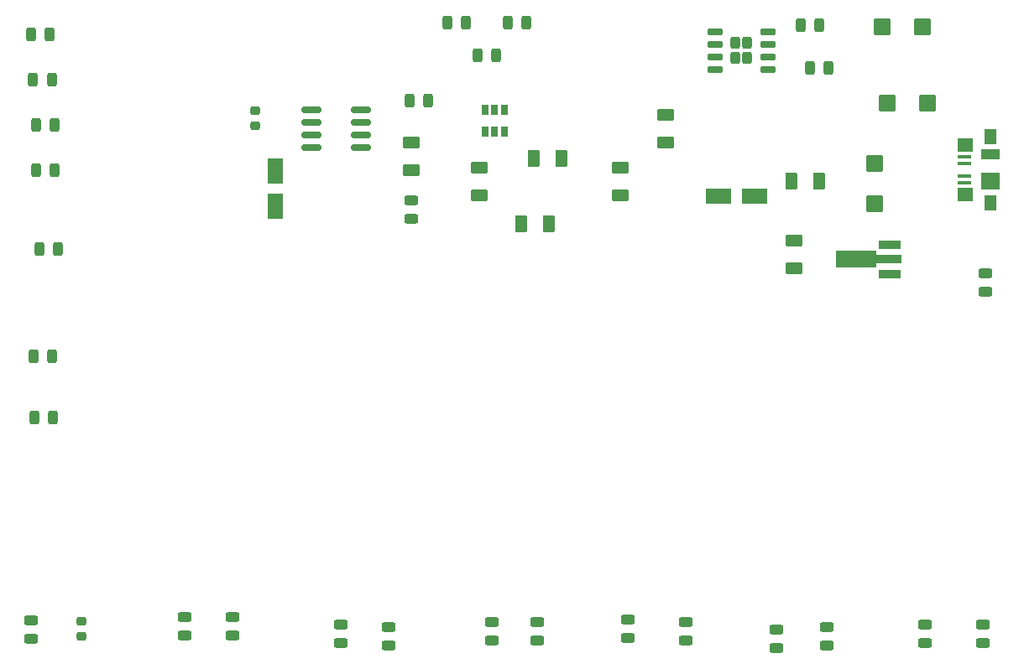
<source format=gbr>
%TF.GenerationSoftware,KiCad,Pcbnew,(5.99.0-11498-g1a301d8eea)*%
%TF.CreationDate,2021-09-07T22:17:03+03:00*%
%TF.ProjectId,f,662e6b69-6361-4645-9f70-636258585858,rev?*%
%TF.SameCoordinates,Original*%
%TF.FileFunction,Paste,Top*%
%TF.FilePolarity,Positive*%
%FSLAX46Y46*%
G04 Gerber Fmt 4.6, Leading zero omitted, Abs format (unit mm)*
G04 Created by KiCad (PCBNEW (5.99.0-11498-g1a301d8eea)) date 2021-09-07 22:17:03*
%MOMM*%
%LPD*%
G01*
G04 APERTURE LIST*
G04 Aperture macros list*
%AMRoundRect*
0 Rectangle with rounded corners*
0 $1 Rounding radius*
0 $2 $3 $4 $5 $6 $7 $8 $9 X,Y pos of 4 corners*
0 Add a 4 corners polygon primitive as box body*
4,1,4,$2,$3,$4,$5,$6,$7,$8,$9,$2,$3,0*
0 Add four circle primitives for the rounded corners*
1,1,$1+$1,$2,$3*
1,1,$1+$1,$4,$5*
1,1,$1+$1,$6,$7*
1,1,$1+$1,$8,$9*
0 Add four rect primitives between the rounded corners*
20,1,$1+$1,$2,$3,$4,$5,0*
20,1,$1+$1,$4,$5,$6,$7,0*
20,1,$1+$1,$6,$7,$8,$9,0*
20,1,$1+$1,$8,$9,$2,$3,0*%
%AMFreePoly0*
4,1,9,5.362500,-0.866500,1.237500,-0.866500,1.237500,-0.450000,-1.237500,-0.450000,-1.237500,0.450000,1.237500,0.450000,1.237500,0.866500,5.362500,0.866500,5.362500,-0.866500,5.362500,-0.866500,$1*%
G04 Aperture macros list end*
%ADD10RoundRect,0.243750X-0.243750X-0.456250X0.243750X-0.456250X0.243750X0.456250X-0.243750X0.456250X0*%
%ADD11RoundRect,0.250000X-0.550000X1.050000X-0.550000X-1.050000X0.550000X-1.050000X0.550000X1.050000X0*%
%ADD12RoundRect,0.243750X-0.456250X0.243750X-0.456250X-0.243750X0.456250X-0.243750X0.456250X0.243750X0*%
%ADD13RoundRect,0.250000X-0.600000X0.625000X-0.600000X-0.625000X0.600000X-0.625000X0.600000X0.625000X0*%
%ADD14RoundRect,0.243750X0.243750X0.456250X-0.243750X0.456250X-0.243750X-0.456250X0.243750X-0.456250X0*%
%ADD15RoundRect,0.242500X-0.242500X-0.382500X0.242500X-0.382500X0.242500X0.382500X-0.242500X0.382500X0*%
%ADD16RoundRect,0.150000X-0.650000X-0.150000X0.650000X-0.150000X0.650000X0.150000X-0.650000X0.150000X0*%
%ADD17RoundRect,0.250000X-0.625000X-0.600000X0.625000X-0.600000X0.625000X0.600000X-0.625000X0.600000X0*%
%ADD18R,1.380000X0.450000*%
%ADD19R,1.900000X1.800000*%
%ADD20R,1.300000X1.650000*%
%ADD21R,1.900000X1.000000*%
%ADD22R,1.550000X1.425000*%
%ADD23RoundRect,0.250000X-0.625000X0.375000X-0.625000X-0.375000X0.625000X-0.375000X0.625000X0.375000X0*%
%ADD24RoundRect,0.250000X0.625000X-0.375000X0.625000X0.375000X-0.625000X0.375000X-0.625000X-0.375000X0*%
%ADD25RoundRect,0.250000X-0.375000X-0.625000X0.375000X-0.625000X0.375000X0.625000X-0.375000X0.625000X0*%
%ADD26RoundRect,0.218750X0.256250X-0.218750X0.256250X0.218750X-0.256250X0.218750X-0.256250X-0.218750X0*%
%ADD27RoundRect,0.243750X0.456250X-0.243750X0.456250X0.243750X-0.456250X0.243750X-0.456250X-0.243750X0*%
%ADD28RoundRect,0.150000X0.825000X0.150000X-0.825000X0.150000X-0.825000X-0.150000X0.825000X-0.150000X0*%
%ADD29RoundRect,0.218750X-0.256250X0.218750X-0.256250X-0.218750X0.256250X-0.218750X0.256250X0.218750X0*%
%ADD30RoundRect,0.250000X1.050000X0.550000X-1.050000X0.550000X-1.050000X-0.550000X1.050000X-0.550000X0*%
%ADD31RoundRect,0.250000X0.375000X0.625000X-0.375000X0.625000X-0.375000X-0.625000X0.375000X-0.625000X0*%
%ADD32R,2.300000X0.900000*%
%ADD33FreePoly0,180.000000*%
%ADD34R,0.650000X1.060000*%
G04 APERTURE END LIST*
D10*
%TO.C,R6*%
X183974500Y-43688000D03*
X185849500Y-43688000D03*
%TD*%
%TO.C,R21*%
X139128500Y-74071000D03*
X141003500Y-74071000D03*
%TD*%
D11*
%TO.C,C7*%
X163576000Y-55350000D03*
X163576000Y-58950000D03*
%TD*%
D12*
%TO.C,R14*%
X175006000Y-101424500D03*
X175006000Y-103299500D03*
%TD*%
%TO.C,R17*%
X234950000Y-101170500D03*
X234950000Y-103045500D03*
%TD*%
D13*
%TO.C,D24*%
X224028000Y-54617000D03*
X224028000Y-58667000D03*
%TD*%
D14*
%TO.C,R10*%
X141321000Y-50672000D03*
X139446000Y-50672000D03*
%TD*%
D10*
%TO.C,R5*%
X177116500Y-48260000D03*
X178991500Y-48260000D03*
%TD*%
D15*
%TO.C,U2*%
X211166000Y-42405000D03*
X209966000Y-42405000D03*
X209966000Y-43955000D03*
X211166000Y-43955000D03*
D16*
X207916000Y-41275000D03*
X207916000Y-42545000D03*
X207916000Y-43815000D03*
X207916000Y-45085000D03*
X213216000Y-45085000D03*
X213216000Y-43815000D03*
X213216000Y-42545000D03*
X213216000Y-41275000D03*
%TD*%
D14*
%TO.C,R3*%
X218440000Y-40640000D03*
X216565000Y-40640000D03*
%TD*%
D17*
%TO.C,D1*%
X225305000Y-48514000D03*
X229355000Y-48514000D03*
%TD*%
D14*
%TO.C,R27*%
X140988500Y-46100000D03*
X139113500Y-46100000D03*
%TD*%
D12*
%TO.C,R24*%
X185420000Y-100916500D03*
X185420000Y-102791500D03*
%TD*%
D18*
%TO.C,J1*%
X233052000Y-56538000D03*
X233052000Y-55888000D03*
X233052000Y-54588000D03*
X233052000Y-53938000D03*
D19*
X235712000Y-56388000D03*
D20*
X235712000Y-58613000D03*
D21*
X235712000Y-53688000D03*
D22*
X233137000Y-52750500D03*
D20*
X235712000Y-51863000D03*
D22*
X233137000Y-57725500D03*
%TD*%
D23*
%TO.C,C4*%
X202946000Y-49654000D03*
X202946000Y-52454000D03*
%TD*%
D24*
%TO.C,C5*%
X198374000Y-57788000D03*
X198374000Y-54988000D03*
%TD*%
D25*
%TO.C,C6*%
X189608000Y-54102000D03*
X192408000Y-54102000D03*
%TD*%
D12*
%TO.C,R26*%
X214122000Y-101678500D03*
X214122000Y-103553500D03*
%TD*%
D26*
%TO.C,R7*%
X161544000Y-50800000D03*
X161544000Y-49225000D03*
%TD*%
D14*
%TO.C,R9*%
X141321000Y-55244000D03*
X139446000Y-55244000D03*
%TD*%
D27*
%TO.C,R8*%
X177292000Y-60198000D03*
X177292000Y-58323000D03*
%TD*%
D24*
%TO.C,C9*%
X215900000Y-65154000D03*
X215900000Y-62354000D03*
%TD*%
D28*
%TO.C,U3*%
X172147000Y-52959000D03*
X172147000Y-51689000D03*
X172147000Y-50419000D03*
X172147000Y-49149000D03*
X167197000Y-49149000D03*
X167197000Y-50419000D03*
X167197000Y-51689000D03*
X167197000Y-52959000D03*
%TD*%
D29*
%TO.C,R18*%
X144018000Y-100812500D03*
X144018000Y-102387500D03*
%TD*%
D12*
%TO.C,R22*%
X154432000Y-100408500D03*
X154432000Y-102283500D03*
%TD*%
D14*
%TO.C,R2*%
X182801500Y-40386000D03*
X180926500Y-40386000D03*
%TD*%
D23*
%TO.C,C8*%
X177292000Y-52448000D03*
X177292000Y-55248000D03*
%TD*%
D12*
%TO.C,R25*%
X199136000Y-100662500D03*
X199136000Y-102537500D03*
%TD*%
D23*
%TO.C,C3*%
X184150000Y-54988000D03*
X184150000Y-57788000D03*
%TD*%
D27*
%TO.C,R29*%
X235140000Y-67589500D03*
X235140000Y-65714500D03*
%TD*%
D12*
%TO.C,R20*%
X229108000Y-101170500D03*
X229108000Y-103045500D03*
%TD*%
D10*
%TO.C,R16*%
X139270500Y-80264000D03*
X141145500Y-80264000D03*
%TD*%
D12*
%TO.C,R12*%
X204978000Y-100916500D03*
X204978000Y-102791500D03*
%TD*%
%TO.C,R11*%
X219202000Y-101424500D03*
X219202000Y-103299500D03*
%TD*%
D30*
%TO.C,C10*%
X211858000Y-57912000D03*
X208258000Y-57912000D03*
%TD*%
D12*
%TO.C,R15*%
X159258000Y-100408500D03*
X159258000Y-102283500D03*
%TD*%
D25*
%TO.C,C1*%
X215608000Y-56388000D03*
X218408000Y-56388000D03*
%TD*%
D12*
%TO.C,R19*%
X138938000Y-100716500D03*
X138938000Y-102591500D03*
%TD*%
D14*
%TO.C,R1*%
X219377500Y-44958000D03*
X217502500Y-44958000D03*
%TD*%
%TO.C,R4*%
X188897500Y-40386000D03*
X187022500Y-40386000D03*
%TD*%
D17*
%TO.C,D2*%
X224797000Y-40835000D03*
X228847000Y-40835000D03*
%TD*%
D14*
%TO.C,R28*%
X140813000Y-41528000D03*
X138938000Y-41528000D03*
%TD*%
D10*
%TO.C,R30*%
X139778500Y-63246000D03*
X141653500Y-63246000D03*
%TD*%
D12*
%TO.C,R13*%
X189992000Y-100916500D03*
X189992000Y-102791500D03*
%TD*%
D31*
%TO.C,C2*%
X191138000Y-60706000D03*
X188338000Y-60706000D03*
%TD*%
D32*
%TO.C,U6*%
X225552000Y-65786000D03*
D33*
X225464500Y-64286000D03*
D32*
X225552000Y-62786000D03*
%TD*%
D12*
%TO.C,R23*%
X170180000Y-101170500D03*
X170180000Y-103045500D03*
%TD*%
D34*
%TO.C,U1*%
X186624000Y-49192000D03*
X185674000Y-49192000D03*
X184724000Y-49192000D03*
X184724000Y-51392000D03*
X185674000Y-51392000D03*
X186624000Y-51392000D03*
%TD*%
M02*

</source>
